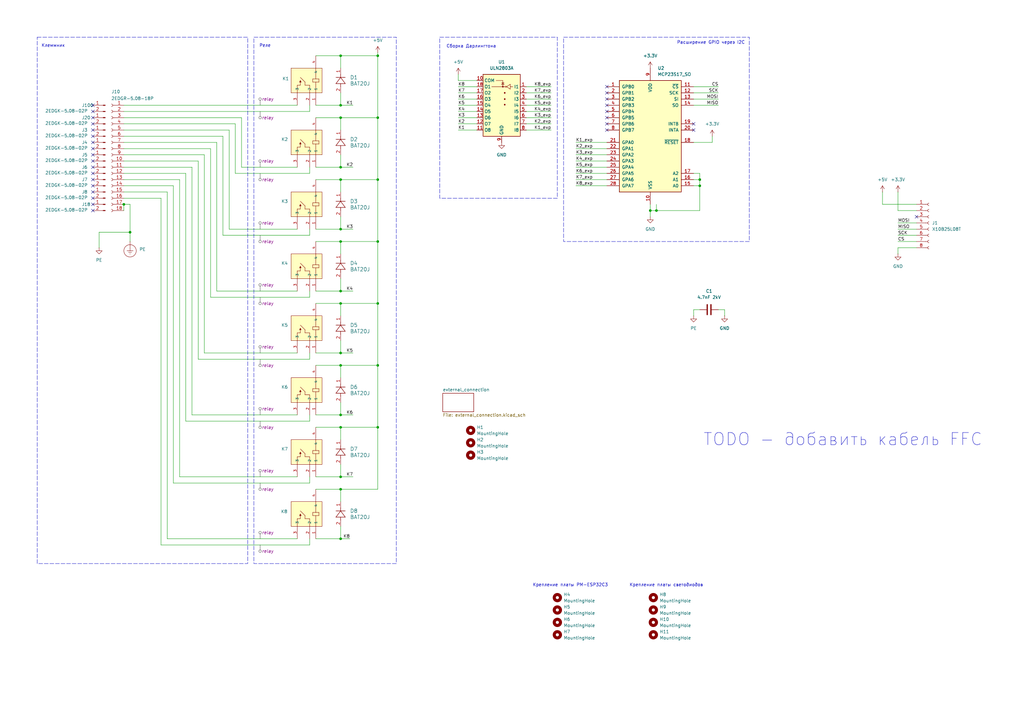
<source format=kicad_sch>
(kicad_sch (version 20231120) (generator "eeschema") (generator_version "8.0")
  (paper "A3")
  (title_block (title "${article} v${version}") (date "2024-05-29") (comment 2 "Konstantin"))
  (junction (at 287.02 73.66))
  (junction (at 154.94 175.26))
  (junction (at 266.7 86.36))
  (junction (at 269.24 86.36))
  (junction (at 154.94 149.86))
  (junction (at 139.7 68.58))
  (junction (at 139.7 170.18))
  (junction (at 154.94 99.06))
  (junction (at 139.7 119.38))
  (junction (at 53.34 95.25))
  (junction (at 154.94 73.66))
  (junction (at 287.02 76.2))
  (junction (at 139.7 144.78))
  (junction (at 139.7 124.46))
  (junction (at 139.7 149.86))
  (junction (at 50.8 83.82))
  (junction (at 139.7 73.66))
  (junction (at 139.7 43.18))
  (junction (at 154.94 48.26))
  (junction (at 139.7 48.26))
  (junction (at 139.7 220.98))
  (junction (at 154.94 22.86))
  (junction (at 139.7 93.98))
  (junction (at 139.7 99.06))
  (junction (at 139.7 22.86))
  (junction (at 139.7 175.26))
  (junction (at 139.7 200.66))
  (junction (at 139.7 195.58))
  (junction (at 154.94 124.46))
  (no_connect (at 248.92 53.34))
  (no_connect (at 38.1 63.5))
  (no_connect (at 38.1 83.82))
  (no_connect (at 38.1 73.66))
  (no_connect (at 284.48 50.8))
  (no_connect (at 375.92 88.9))
  (no_connect (at 284.48 53.34))
  (no_connect (at 38.1 55.88))
  (no_connect (at 38.1 76.2))
  (no_connect (at 248.92 48.26))
  (no_connect (at 248.92 43.18))
  (no_connect (at 248.92 45.72))
  (no_connect (at 248.92 50.8))
  (no_connect (at 38.1 86.36))
  (no_connect (at 38.1 53.34))
  (no_connect (at 38.1 68.58))
  (no_connect (at 38.1 81.28))
  (no_connect (at 38.1 71.12))
  (no_connect (at 38.1 50.8))
  (no_connect (at 38.1 60.96))
  (no_connect (at 38.1 45.72))
  (no_connect (at 248.92 40.64))
  (no_connect (at 248.92 35.56))
  (no_connect (at 248.92 38.1))
  (no_connect (at 38.1 48.26))
  (no_connect (at 38.1 66.04))
  (no_connect (at 38.1 78.74))
  (no_connect (at 38.1 43.18))
  (no_connect (at 38.1 58.42))
  (wire (pts (xy 139.7 38.1) (xy 139.7 43.18)))
  (wire (pts (xy 287.02 76.2) (xy 284.48 76.2)))
  (wire (pts (xy 236.22 76.2) (xy 248.92 76.2)))
  (wire (pts (xy 236.22 66.04) (xy 248.92 66.04)))
  (wire (pts (xy 269.24 83.82) (xy 269.24 86.36)))
  (wire (pts (xy 127 121.92) (xy 127 119.38)))
  (wire (pts (xy 129.54 124.46) (xy 139.7 124.46)))
  (wire (pts (xy 139.7 165.1) (xy 139.7 170.18)))
  (wire (pts (xy 40.64 95.25) (xy 53.34 95.25)))
  (wire (pts (xy 40.64 101.6) (xy 40.64 95.25)))
  (wire (pts (xy 297.18 129.54) (xy 297.18 127)))
  (wire (pts (xy 368.3 93.98) (xy 375.92 93.98)))
  (wire (pts (xy 50.8 53.34) (xy 93.98 53.34)))
  (wire (pts (xy 269.24 86.36) (xy 266.7 86.36)))
  (wire (pts (xy 236.22 60.96) (xy 248.92 60.96)))
  (wire (pts (xy 139.7 93.98) (xy 144.78 93.98)))
  (wire (pts (xy 93.98 93.98) (xy 93.98 53.34)))
  (wire (pts (xy 53.34 83.82) (xy 50.8 83.82)))
  (wire (pts (xy 154.94 99.06) (xy 154.94 73.66)))
  (wire (pts (xy 284.48 35.56) (xy 294.64 35.56)))
  (wire (pts (xy 139.7 144.78) (xy 144.78 144.78)))
  (wire (pts (xy 154.94 149.86) (xy 154.94 175.26)))
  (wire (pts (xy 127 198.12) (xy 127 195.58)))
  (wire (pts (xy 88.9 119.38) (xy 121.92 119.38)))
  (wire (pts (xy 139.7 200.66) (xy 154.94 200.66)))
  (wire (pts (xy 361.95 83.82) (xy 375.92 83.82)))
  (wire (pts (xy 187.96 33.02) (xy 187.96 30.48)))
  (wire (pts (xy 129.54 68.58) (xy 139.7 68.58)))
  (wire (pts (xy 154.94 22.86) (xy 154.94 48.26)))
  (wire (pts (xy 50.8 68.58) (xy 78.74 68.58)))
  (wire (pts (xy 215.9 40.64) (xy 226.06 40.64)))
  (wire (pts (xy 99.06 48.26) (xy 99.06 68.58)))
  (wire (pts (xy 139.7 22.86) (xy 154.94 22.86)))
  (wire (pts (xy 139.7 175.26) (xy 139.7 180.34)))
  (wire (pts (xy 368.3 104.14) (xy 368.3 101.6)))
  (wire (pts (xy 266.7 83.82) (xy 266.7 86.36)))
  (wire (pts (xy 284.48 38.1) (xy 294.64 38.1)))
  (wire (pts (xy 50.8 43.18) (xy 121.92 43.18)))
  (wire (pts (xy 121.92 68.58) (xy 99.06 68.58)))
  (wire (pts (xy 50.8 45.72) (xy 127 45.72)))
  (wire (pts (xy 86.36 60.96) (xy 86.36 121.92)))
  (wire (pts (xy 187.96 50.8) (xy 195.58 50.8)))
  (wire (pts (xy 139.7 124.46) (xy 154.94 124.46)))
  (wire (pts (xy 50.8 66.04) (xy 81.28 66.04)))
  (wire (pts (xy 287.02 127) (xy 284.48 127)))
  (wire (pts (xy 139.7 124.46) (xy 139.7 129.54)))
  (wire (pts (xy 368.3 78.74) (xy 368.3 86.36)))
  (wire (pts (xy 78.74 170.18) (xy 121.92 170.18)))
  (wire (pts (xy 66.04 223.52) (xy 66.04 81.28)))
  (wire (pts (xy 93.98 93.98) (xy 121.92 93.98)))
  (wire (pts (xy 139.7 114.3) (xy 139.7 119.38)))
  (wire (pts (xy 139.7 190.5) (xy 139.7 195.58)))
  (wire (pts (xy 215.9 35.56) (xy 226.06 35.56)))
  (wire (pts (xy 292.1 55.88) (xy 292.1 58.42)))
  (wire (pts (xy 127 93.98) (xy 127 96.52)))
  (wire (pts (xy 139.7 68.58) (xy 144.78 68.58)))
  (wire (pts (xy 215.9 53.34) (xy 226.06 53.34)))
  (wire (pts (xy 187.96 53.34) (xy 195.58 53.34)))
  (wire (pts (xy 83.82 144.78) (xy 121.92 144.78)))
  (wire (pts (xy 129.54 170.18) (xy 139.7 170.18)))
  (wire (pts (xy 195.58 33.02) (xy 187.96 33.02)))
  (wire (pts (xy 187.96 38.1) (xy 195.58 38.1)))
  (wire (pts (xy 139.7 22.86) (xy 139.7 27.94)))
  (wire (pts (xy 86.36 121.92) (xy 127 121.92)))
  (wire (pts (xy 269.24 86.36) (xy 287.02 86.36)))
  (wire (pts (xy 236.22 63.5) (xy 248.92 63.5)))
  (wire (pts (xy 139.7 119.38) (xy 144.78 119.38)))
  (wire (pts (xy 73.66 73.66) (xy 73.66 195.58)))
  (wire (pts (xy 236.22 58.42) (xy 248.92 58.42)))
  (wire (pts (xy 236.22 73.66) (xy 248.92 73.66)))
  (wire (pts (xy 139.7 220.98) (xy 143.51 220.98)))
  (wire (pts (xy 139.7 48.26) (xy 139.7 53.34)))
  (wire (pts (xy 96.52 50.8) (xy 96.52 71.12)))
  (wire (pts (xy 139.7 73.66) (xy 139.7 78.74)))
  (wire (pts (xy 50.8 58.42) (xy 88.9 58.42)))
  (wire (pts (xy 127 172.72) (xy 127 170.18)))
  (wire (pts (xy 187.96 48.26) (xy 195.58 48.26)))
  (wire (pts (xy 68.58 220.98) (xy 68.58 78.74)))
  (wire (pts (xy 139.7 175.26) (xy 154.94 175.26)))
  (wire (pts (xy 292.1 58.42) (xy 284.48 58.42)))
  (wire (pts (xy 71.12 76.2) (xy 50.8 76.2)))
  (wire (pts (xy 88.9 119.38) (xy 88.9 58.42)))
  (wire (pts (xy 154.94 124.46) (xy 154.94 99.06)))
  (wire (pts (xy 284.48 127) (xy 284.48 129.54)))
  (wire (pts (xy 284.48 40.64) (xy 294.64 40.64)))
  (wire (pts (xy 129.54 200.66) (xy 139.7 200.66)))
  (wire (pts (xy 284.48 71.12) (xy 287.02 71.12)))
  (wire (pts (xy 236.22 71.12) (xy 248.92 71.12)))
  (wire (pts (xy 50.8 73.66) (xy 73.66 73.66)))
  (wire (pts (xy 139.7 43.18) (xy 144.78 43.18)))
  (wire (pts (xy 368.3 101.6) (xy 375.92 101.6)))
  (wire (pts (xy 129.54 43.18) (xy 139.7 43.18)))
  (wire (pts (xy 81.28 147.32) (xy 127 147.32)))
  (wire (pts (xy 139.7 215.9) (xy 139.7 220.98)))
  (wire (pts (xy 91.44 55.88) (xy 91.44 96.52)))
  (wire (pts (xy 129.54 22.86) (xy 139.7 22.86)))
  (wire (pts (xy 129.54 48.26) (xy 139.7 48.26)))
  (wire (pts (xy 78.74 68.58) (xy 78.74 170.18)))
  (wire (pts (xy 284.48 43.18) (xy 294.64 43.18)))
  (wire (pts (xy 154.94 175.26) (xy 154.94 200.66)))
  (wire (pts (xy 187.96 40.64) (xy 195.58 40.64)))
  (wire (pts (xy 139.7 149.86) (xy 139.7 154.94)))
  (wire (pts (xy 187.96 43.18) (xy 195.58 43.18)))
  (wire (pts (xy 297.18 127) (xy 294.64 127)))
  (wire (pts (xy 154.94 21.59) (xy 154.94 22.86)))
  (wire (pts (xy 139.7 195.58) (xy 144.78 195.58)))
  (wire (pts (xy 215.9 38.1) (xy 226.06 38.1)))
  (wire (pts (xy 187.96 45.72) (xy 195.58 45.72)))
  (wire (pts (xy 368.3 96.52) (xy 375.92 96.52)))
  (wire (pts (xy 129.54 99.06) (xy 139.7 99.06)))
  (wire (pts (xy 215.9 50.8) (xy 226.06 50.8)))
  (wire (pts (xy 127 43.18) (xy 127 45.72)))
  (wire (pts (xy 129.54 73.66) (xy 139.7 73.66)))
  (wire (pts (xy 50.8 50.8) (xy 96.52 50.8)))
  (wire (pts (xy 139.7 99.06) (xy 139.7 104.14)))
  (wire (pts (xy 287.02 73.66) (xy 287.02 76.2)))
  (wire (pts (xy 266.7 88.9) (xy 266.7 86.36)))
  (wire (pts (xy 368.3 86.36) (xy 375.92 86.36)))
  (wire (pts (xy 215.9 43.18) (xy 226.06 43.18)))
  (wire (pts (xy 76.2 71.12) (xy 50.8 71.12)))
  (wire (pts (xy 139.7 99.06) (xy 154.94 99.06)))
  (wire (pts (xy 91.44 96.52) (xy 127 96.52)))
  (wire (pts (xy 368.3 91.44) (xy 375.92 91.44)))
  (wire (pts (xy 83.82 63.5) (xy 50.8 63.5)))
  (wire (pts (xy 53.34 95.25) (xy 53.34 99.06)))
  (wire (pts (xy 68.58 220.98) (xy 121.92 220.98)))
  (wire (pts (xy 83.82 144.78) (xy 83.82 63.5)))
  (wire (pts (xy 81.28 66.04) (xy 81.28 147.32)))
  (wire (pts (xy 73.66 195.58) (xy 121.92 195.58)))
  (wire (pts (xy 96.52 71.12) (xy 127 71.12)))
  (wire (pts (xy 139.7 63.5) (xy 139.7 68.58)))
  (wire (pts (xy 139.7 170.18) (xy 144.78 170.18)))
  (wire (pts (xy 287.02 71.12) (xy 287.02 73.66)))
  (wire (pts (xy 50.8 60.96) (xy 86.36 60.96)))
  (wire (pts (xy 368.3 99.06) (xy 375.92 99.06)))
  (wire (pts (xy 50.8 78.74) (xy 68.58 78.74)))
  (wire (pts (xy 139.7 200.66) (xy 139.7 205.74)))
  (wire (pts (xy 50.8 81.28) (xy 66.04 81.28)))
  (wire (pts (xy 154.94 48.26) (xy 154.94 73.66)))
  (wire (pts (xy 127 68.58) (xy 127 71.12)))
  (wire (pts (xy 129.54 149.86) (xy 139.7 149.86)))
  (wire (pts (xy 139.7 48.26) (xy 154.94 48.26)))
  (wire (pts (xy 129.54 144.78) (xy 139.7 144.78)))
  (wire (pts (xy 287.02 76.2) (xy 287.02 86.36)))
  (wire (pts (xy 53.34 95.25) (xy 53.34 83.82)))
  (wire (pts (xy 71.12 198.12) (xy 127 198.12)))
  (wire (pts (xy 129.54 220.98) (xy 139.7 220.98)))
  (wire (pts (xy 139.7 139.7) (xy 139.7 144.78)))
  (wire (pts (xy 236.22 68.58) (xy 248.92 68.58)))
  (wire (pts (xy 154.94 124.46) (xy 154.94 149.86)))
  (wire (pts (xy 71.12 198.12) (xy 71.12 76.2)))
  (wire (pts (xy 139.7 73.66) (xy 154.94 73.66)))
  (wire (pts (xy 129.54 175.26) (xy 139.7 175.26)))
  (wire (pts (xy 215.9 48.26) (xy 226.06 48.26)))
  (wire (pts (xy 139.7 149.86) (xy 154.94 149.86)))
  (wire (pts (xy 187.96 35.56) (xy 195.58 35.56)))
  (wire (pts (xy 215.9 45.72) (xy 226.06 45.72)))
  (wire (pts (xy 284.48 73.66) (xy 287.02 73.66)))
  (wire (pts (xy 361.95 78.74) (xy 361.95 83.82)))
  (wire (pts (xy 127 144.78) (xy 127 147.32)))
  (wire (pts (xy 66.04 223.52) (xy 127 223.52)))
  (wire (pts (xy 76.2 172.72) (xy 127 172.72)))
  (wire (pts (xy 50.8 55.88) (xy 91.44 55.88)))
  (wire (pts (xy 129.54 195.58) (xy 139.7 195.58)))
  (wire (pts (xy 129.54 93.98) (xy 139.7 93.98)))
  (wire (pts (xy 139.7 88.9) (xy 139.7 93.98)))
  (wire (pts (xy 129.54 119.38) (xy 139.7 119.38)))
  (wire (pts (xy 99.06 48.26) (xy 50.8 48.26)))
  (wire (pts (xy 76.2 172.72) (xy 76.2 71.12)))
  (wire (pts (xy 127 223.52) (xy 127 220.98)))
  (wire (pts (xy 50.8 83.82) (xy 50.8 86.36)))
  (rectangle (start 231.14 15.24) (end 307.34 99.06) (stroke (width 0) (type dash)))
  (rectangle (start 104.14 15.24) (end 162.56 231.14) (stroke (width 0) (type dash)))
  (rectangle (start 15.24 15.24) (end 101.6 231.14) (stroke (width 0) (type dash)))
  (rectangle (start 180.34 15.24) (end 228.6 81.28) (stroke (width 0) (type dash)))
  (text "Расширение GPIO через I2C" (at 291.592 17.526 0) (effects (font (size 1.27 1.27))))
  (text "Крепление платы светодиодов" (at 273.304 240.03 0) (effects (font (size 1.27 1.27))))
  (text "Крепление платы PM-ESP32C3" (at 233.934 240.03 0) (effects (font (size 1.27 1.27))))
  (text "Реле" (at 108.712 18.796 0) (effects (font (size 1.27 1.27))))
  (text "Сборка Дарлингтона" (at 193.294 19.05 0) (effects (font (size 1.27 1.27))))
  (text "Клеммник" (at 21.844 18.796 0) (effects (font (size 1.27 1.27))))
  (text "TODO - добавить кабель FFC" (at 345.694 180.34 0) (effects (font (size 5 5))))
  (label "K6_exp" (at 236.22 71.12 0))
  (label "MISO" (at 294.64 43.18 180))
  (label "CS" (at 368.3 99.06 0))
  (label "K5_exp" (at 236.22 68.58 0))
  (label "K4_exp" (at 226.06 45.72 180))
  (label "MISO" (at 368.3 93.98 0))
  (label "K2_exp" (at 236.22 60.96 0))
  (label "K2" (at 144.78 68.58 180))
  (label "K3_exp" (at 226.06 48.26 180))
  (label "K4" (at 144.78 119.38 180))
  (label "K3" (at 144.78 93.98 180))
  (label "K1" (at 187.96 53.34 0))
  (label "MOSI" (at 368.3 91.44 0))
  (label "K8_exp" (at 226.06 35.56 180))
  (label "K2_exp" (at 226.06 50.8 180))
  (label "K7_exp" (at 236.22 73.66 0))
  (label "K8" (at 143.51 220.98 180))
  (label "K2" (at 187.96 50.8 0))
  (label "K4_exp" (at 236.22 66.04 0))
  (label "K7" (at 187.96 38.1 0))
  (label "K3_exp" (at 236.22 63.5 0))
  (label "K1_exp" (at 236.22 58.42 0))
  (label "SCK" (at 294.64 38.1 180))
  (label "K6" (at 187.96 40.64 0))
  (label "K6" (at 144.78 170.18 180))
  (label "K1" (at 144.78 43.18 180))
  (label "K8" (at 187.96 35.56 0))
  (label "K5" (at 187.96 43.18 0))
  (label "K3" (at 187.96 48.26 0))
  (label "K6_exp" (at 226.06 40.64 180))
  (label "K5" (at 144.78 144.78 180))
  (label "SCK" (at 368.3 96.52 0))
  (label "K7_exp" (at 226.06 38.1 180))
  (label "K4" (at 187.96 45.72 0))
  (label "CS" (at 294.64 35.56 180))
  (label "K7" (at 144.78 195.58 180))
  (label "MOSI" (at 294.64 40.64 180))
  (label "K1_exp" (at 226.06 53.34 180))
  (label "K5_exp" (at 226.06 43.18 180))
  (label "K8_exp" (at 236.22 76.2 0))
  (netclass_flag "" (length 2.54) (shape round) (at 106.68 147.32 180) (property "Netclass" "relay" (at 107.3785 149.86 0) (effects (font (italic yes)) (justify left))))
  (netclass_flag "" (length 2.54) (shape round) (at 106.68 144.78 0) (property "Netclass" "relay" (at 107.3785 142.24 0) (effects (font (italic yes)) (justify left))))
  (netclass_flag "" (length 2.54) (shape round) (at 106.68 43.18 0) (property "Netclass" "relay" (at 107.3785 40.64 0) (effects (font (italic yes)) (justify left))))
  (netclass_flag "" (length 2.54) (shape round) (at 106.68 45.72 180) (property "Netclass" "relay" (at 107.3785 48.26 0) (effects (font (italic yes)) (justify left))))
  (netclass_flag "" (length 2.54) (shape round) (at 106.68 195.58 0) (property "Netclass" "relay" (at 107.3785 193.04 0) (effects (font (italic yes)) (justify left))))
  (netclass_flag "" (length 2.54) (shape round) (at 106.68 170.18 0) (property "Netclass" "relay" (at 107.3785 167.64 0) (effects (font (italic yes)) (justify left))))
  (netclass_flag "" (length 2.54) (shape round) (at 106.68 198.12 180) (property "Netclass" "relay" (at 107.3785 200.66 0) (effects (font (italic yes)) (justify left))))
  (netclass_flag "" (length 2.54) (shape round) (at 106.68 68.58 0) (property "Netclass" "relay" (at 107.3785 66.04 0) (effects (font (italic yes)) (justify left))))
  (netclass_flag "" (length 2.54) (shape round) (at 106.68 121.92 180) (property "Netclass" "relay" (at 107.3785 124.46 0) (effects (font (italic yes)) (justify left))))
  (netclass_flag "" (length 2.54) (shape round) (at 106.68 220.98 0) (property "Netclass" "relay" (at 107.3785 218.44 0) (effects (font (italic yes)) (justify left))))
  (netclass_flag "" (length 2.54) (shape round) (at 106.68 93.98 0) (property "Netclass" "relay" (at 107.3785 91.44 0) (effects (font (italic yes)) (justify left))))
  (netclass_flag "" (length 2.54) (shape round) (at 106.68 96.52 180) (property "Netclass" "relay" (at 107.3785 99.06 0) (effects (font (italic yes)) (justify left))))
  (netclass_flag "" (length 2.54) (shape round) (at 106.68 172.72 180) (property "Netclass" "relay" (at 107.3785 175.26 0) (effects (font (italic yes)) (justify left))))
  (netclass_flag "" (length 2.54) (shape round) (at 106.68 119.38 0) (property "Netclass" "relay" (at 107.3785 116.84 0) (effects (font (italic yes)) (justify left))))
  (netclass_flag "" (length 2.54) (shape round) (at 106.68 223.52 180) (property "Netclass" "relay" (at 107.3785 226.06 0) (effects (font (italic yes)) (justify left))))
  (netclass_flag "" (length 2.54) (shape round) (at 106.68 71.12 180) (property "Netclass" "relay" (at 107.3785 73.66 0) (effects (font (italic yes)) (justify left))))
  (symbol (lib_id "kicad_inventree_lib:X10B25L08T") (at 381 91.44 0) (unit 1)
    (property "Reference" "J1" (at 382.27 91.4399 0) (effects (justify left)))
    (property "Value" "X10B25L08T" (at 382.27 93.9799 0) (effects (justify left)))
    (property "Footprint" "kicad_inventree_lib:X10B25L08T" (effects (hide yes)))
    (property "Description" "Generic connector, single row, 01x08, script generated" (effects (hide yes)))
  )
  (symbol (lib_id "kicad_inventree_lib:PE") (at 53.34 99.06 0) (unit 1) (in_bom no)
    (property "Reference" "PE1" (effects (hide yes)))
    (property "Value" "PE" (at 57.15 102.2349 0) (effects (justify left)))
    (property "Footprint" "kicad_inventree_lib:PE" (effects (hide yes)))
    (property "Description" "Power symbol creates a global label with name \"Earth_Protective\"" (effects (hide yes)))
  )
  (symbol (lib_id "kicad_inventree_lib:BAT20J") (at 139.7 63.5 90) (unit 1)
    (property "Reference" "D2" (at 143.51 57.1499 90) (effects (font (size 1.524 1.524)) (justify right)))
    (property "Value" "BAT20J" (at 143.51 59.6899 90) (effects (font (size 1.524 1.524)) (justify right)))
    (property "Footprint" "kicad_inventree_lib:SOD-323_STM-M" (effects (hide yes)))
    (property "Datasheet" "http://inventree.network/part/133/" (effects (hide yes)))
    (property "part_ipn" "BAT20J" (effects (hide yes)))
  )
  (symbol (lib_id "kicad_inventree_lib:G5NB-1A-E-DC5") (at 129.54 147.32 270) (mirror x) (unit 1)
    (property "Reference" "K5" (at 118.11 133.3499 90) (effects (justify right)))
    (property "Value" "G5NB-1A-E-DC5" (effects (hide yes)))
    (property "Footprint" "kicad_inventree_lib:G5NB-1A-E_DC12_RELAY_G5NB-1A_DC5_OMR" (effects (hide yes)))
    (property "Datasheet" "http://inventree.network/part/14/" (effects (hide yes)))
    (property "MF" "Omron Electronics Inc-EMC Div" (effects (hide yes)))
    (property "Description_1" "\nPower PCB Relay, 3A/5A, SPST-NO, 12 VDC, G5NB Series | Omron Electronic Components G5NB-1A-E DC12\n" (effects (hide yes)))
    (property "COPYRIGHT" "Copyright (C) 2023 Ultra Librarian. All rights reserved." (effects (hide yes)))
    (property "Package" "None" (effects (hide yes)))
    (property "Price" "None" (effects (hide yes)))
    (property "Check_prices" "https://www.snapeda.com/parts/G5NB-1A-E%20DC12/Omron+Electronics+Inc-EMC+Div/view-part/?ref=eda" (effects (hide yes)))
    (property "Availability" "In Stock" (effects (hide yes)))
    (property "SnapEDA_Link" "https://www.snapeda.com/parts/G5NB-1A-E%20DC12/Omron+Electronics+Inc-EMC+Div/view-part/?ref=snap" (effects (hide yes)))
    (property "MP" "G5NB-1A-E DC12" (effects (hide yes)))
    (property "Purchase-URL" "https://www.snapeda.com/api/url_track_click_mouser/?unipart_id=3078279&manufacturer=Omron Electronics Inc-EMC Div&part_name=G5NB-1A-E DC12&search_term=g5nb" (effects (hide yes)))
    (property "MFR_NAME" "Omron" (effects (hide yes)))
    (property "MANUFACTURER_PART_NUMBER" "G5NB-1A-E DC12" (effects (hide yes)))
    (property "NextPCB_url" "https://www.hqonline.com/product-detail/oumulong-omron--g5nb-1a-e-5vdc-1025587015" (effects (hide yes)))
    (property "NextPCB_price" "0.88519" (effects (hide yes)))
    (property "part_ipn" "G5NB-1A-E-DC5" (effects (hide yes)))
  )
  (symbol (lib_id "kicad_inventree_lib:G5NB-1A-E-DC5") (at 129.54 96.52 270) (mirror x) (unit 1)
    (property "Reference" "K3" (at 118.11 82.5499 90) (effects (justify right)))
    (property "Value" "G5NB-1A-E-DC5" (effects (hide yes)))
    (property "Footprint" "kicad_inventree_lib:G5NB-1A-E_DC12_RELAY_G5NB-1A_DC5_OMR" (effects (hide yes)))
    (property "Datasheet" "http://inventree.network/part/14/" (effects (hide yes)))
    (property "MF" "Omron Electronics Inc-EMC Div" (effects (hide yes)))
    (property "Description_1" "\nPower PCB Relay, 3A/5A, SPST-NO, 12 VDC, G5NB Series | Omron Electronic Components G5NB-1A-E DC12\n" (effects (hide yes)))
    (property "COPYRIGHT" "Copyright (C) 2023 Ultra Librarian. All rights reserved." (effects (hide yes)))
    (property "Package" "None" (effects (hide yes)))
    (property "Price" "None" (effects (hide yes)))
    (property "Check_prices" "https://www.snapeda.com/parts/G5NB-1A-E%20DC12/Omron+Electronics+Inc-EMC+Div/view-part/?ref=eda" (effects (hide yes)))
    (property "Availability" "In Stock" (effects (hide yes)))
    (property "SnapEDA_Link" "https://www.snapeda.com/parts/G5NB-1A-E%20DC12/Omron+Electronics+Inc-EMC+Div/view-part/?ref=snap" (effects (hide yes)))
    (property "MP" "G5NB-1A-E DC12" (effects (hide yes)))
    (property "Purchase-URL" "https://www.snapeda.com/api/url_track_click_mouser/?unipart_id=3078279&manufacturer=Omron Electronics Inc-EMC Div&part_name=G5NB-1A-E DC12&search_term=g5nb" (effects (hide yes)))
    (property "MFR_NAME" "Omron" (effects (hide yes)))
    (property "MANUFACTURER_PART_NUMBER" "G5NB-1A-E DC12" (effects (hide yes)))
    (property "NextPCB_url" "https://www.hqonline.com/product-detail/oumulong-omron--g5nb-1a-e-5vdc-1025587015" (effects (hide yes)))
    (property "NextPCB_price" "0.88519" (effects (hide yes)))
    (property "part_ipn" "G5NB-1A-E-DC5" (effects (hide yes)))
  )
  (symbol (lib_id "kicad_inventree_lib:G5NB-1A-E-DC5") (at 129.54 223.52 270) (mirror x) (unit 1)
    (property "Reference" "K8" (at 116.586 209.804 90))
    (property "Value" "G5NB-1A-E-DC5" (effects (hide yes)))
    (property "Footprint" "kicad_inventree_lib:G5NB-1A-E_DC12_RELAY_G5NB-1A_DC5_OMR" (effects (hide yes)))
    (property "Datasheet" "http://inventree.network/part/14/" (effects (hide yes)))
    (property "MF" "Omron Electronics Inc-EMC Div" (effects (hide yes)))
    (property "Description_1" "\nPower PCB Relay, 3A/5A, SPST-NO, 12 VDC, G5NB Series | Omron Electronic Components G5NB-1A-E DC12\n" (effects (hide yes)))
    (property "COPYRIGHT" "Copyright (C) 2023 Ultra Librarian. All rights reserved." (effects (hide yes)))
    (property "Package" "None" (effects (hide yes)))
    (property "Price" "None" (effects (hide yes)))
    (property "Check_prices" "https://www.snapeda.com/parts/G5NB-1A-E%20DC12/Omron+Electronics+Inc-EMC+Div/view-part/?ref=eda" (effects (hide yes)))
    (property "Availability" "In Stock" (effects (hide yes)))
    (property "SnapEDA_Link" "https://www.snapeda.com/parts/G5NB-1A-E%20DC12/Omron+Electronics+Inc-EMC+Div/view-part/?ref=snap" (effects (hide yes)))
    (property "MP" "G5NB-1A-E DC12" (effects (hide yes)))
    (property "Purchase-URL" "https://www.snapeda.com/api/url_track_click_mouser/?unipart_id=3078279&manufacturer=Omron Electronics Inc-EMC Div&part_name=G5NB-1A-E DC12&search_term=g5nb" (effects (hide yes)))
    (property "MFR_NAME" "Omron" (effects (hide yes)))
    (property "MANUFACTURER_PART_NUMBER" "G5NB-1A-E DC12" (effects (hide yes)))
    (property "NextPCB_url" "https://www.hqonline.com/product-detail/oumulong-omron--g5nb-1a-e-5vdc-1025587015" (effects (hide yes)))
    (property "NextPCB_price" "0.88519" (effects (hide yes)))
    (property "part_ipn" "G5NB-1A-E-DC5" (effects (hide yes)))
  )
  (symbol (lib_id "kicad_inventree_lib:Degson_2EDGK-5.08-02P") (at 38.1 68.58 0) (mirror y) (unit 1) (on_board no)
    (property "Reference" "J6" (at 33.528 68.58 0) (effects (justify right)))
    (property "Value" "2EDGK-5.08-02P" (at 18.542 70.866 0) (effects (justify right)))
    (property "Datasheet" "http://inventree.network/part/18/" (effects (hide yes)))
    (property "Description" "Generic connector, single row, 01x02, script generated" (effects (hide yes)))
    (property "NextPCB_url" "https://www.hqonline.com/product-detail/max-maixu--mx2edgk-5-08-02p-gn01-cu-y-a-1027943030" (effects (hide yes)))
    (property "NextPCB_price" "0.11828" (effects (hide yes)))
    (property "part_ipn" "2EDGK-5.08-02P" (effects (hide yes)))
  )
  (symbol (lib_id "power:+3.3V") (at 368.3 78.74 0) (unit 1)
    (property "Reference" "#PWR04" (effects (hide yes)))
    (property "Value" "+3.3V" (at 368.3 73.66 0))
    (property "Description" "Power symbol creates a global label with name \"+3.3V\"" (effects (hide yes)))
  )
  (symbol (lib_id "kicad_inventree_lib:BAT20J") (at 139.7 165.1 90) (unit 1)
    (property "Reference" "D6" (at 143.51 158.7499 90) (effects (font (size 1.524 1.524)) (justify right)))
    (property "Value" "BAT20J" (at 143.51 161.2899 90) (effects (font (size 1.524 1.524)) (justify right)))
    (property "Footprint" "kicad_inventree_lib:SOD-323_STM-M" (effects (hide yes)))
    (property "Datasheet" "http://inventree.network/part/133/" (effects (hide yes)))
    (property "part_ipn" "BAT20J" (effects (hide yes)))
  )
  (symbol (lib_id "kicad_inventree_lib:Degson_2EDGK-5.08-02P") (at 38.1 48.26 0) (mirror y) (unit 1) (on_board no)
    (property "Reference" "J20" (at 33.528 48.26 0) (effects (justify right)))
    (property "Value" "2EDGK-5.08-02P" (at 18.542 50.546 0) (effects (justify right)))
    (property "Datasheet" "http://inventree.network/part/18/" (effects (hide yes)))
    (property "Description" "Generic connector, single row, 01x02, script generated" (effects (hide yes)))
    (property "NextPCB_url" "https://www.hqonline.com/product-detail/max-maixu--mx2edgk-5-08-02p-gn01-cu-y-a-1027943030" (effects (hide yes)))
    (property "NextPCB_price" "0.11828" (effects (hide yes)))
    (property "part_ipn" "2EDGK-5.08-02P" (effects (hide yes)))
  )
  (symbol (lib_id "Mechanical:MountingHole") (at 267.97 245.11 0) (unit 1) (exclude_from_sim yes) (in_bom no)
    (property "Reference" "H8" (at 270.51 243.8399 0) (effects (justify left)))
    (property "Value" "MountingHole" (at 270.51 246.3799 0) (effects (justify left)))
    (property "Footprint" "MountingHole:MountingHole_2.2mm_M2" (effects (hide yes)))
    (property "Description" "Mounting Hole without connection" (effects (hide yes)))
  )
  (symbol (lib_id "kicad_inventree_lib:Degson_2EDGK-5.08-02P") (at 38.1 43.18 0) (mirror y) (unit 1) (on_board no)
    (property "Reference" "J100" (at 33.528 43.18 0) (effects (justify right)))
    (property "Value" "2EDGK-5.08-02P" (at 18.542 45.466 0) (effects (justify right)))
    (property "Datasheet" "http://inventree.network/part/18/" (effects (hide yes)))
    (property "Description" "Generic connector, single row, 01x02, script generated" (effects (hide yes)))
    (property "NextPCB_url" "https://www.hqonline.com/product-detail/max-maixu--mx2edgk-5-08-02p-gn01-cu-y-a-1027943030" (effects (hide yes)))
    (property "NextPCB_price" "0.11828" (effects (hide yes)))
    (property "part_ipn" "2EDGK-5.08-02P" (effects (hide yes)))
  )
  (symbol (lib_id "Mechanical:MountingHole") (at 267.97 250.19 0) (unit 1) (exclude_from_sim yes) (in_bom no)
    (property "Reference" "H9" (at 270.51 248.9199 0) (effects (justify left)))
    (property "Value" "MountingHole" (at 270.51 251.4599 0) (effects (justify left)))
    (property "Footprint" "MountingHole:MountingHole_2.2mm_M2" (effects (hide yes)))
    (property "Description" "Mounting Hole without connection" (effects (hide yes)))
  )
  (symbol (lib_id "Mechanical:MountingHole") (at 267.97 260.35 0) (unit 1) (exclude_from_sim yes) (in_bom no)
    (property "Reference" "H11" (at 270.51 259.0799 0) (effects (justify left)))
    (property "Value" "MountingHole" (at 270.51 261.6199 0) (effects (justify left)))
    (property "Footprint" "MountingHole:MountingHole_2.2mm_M2" (effects (hide yes)))
    (property "Description" "Mounting Hole without connection" (effects (hide yes)))
  )
  (symbol (lib_id "kicad_inventree_lib:ULN2803A") (at 205.74 40.64 0) (mirror y) (unit 1)
    (property "Reference" "U1" (at 205.74 25.4 0))
    (property "Value" "ULN2803A" (at 205.74 27.94 0))
    (property "Footprint" "NextPCB:ULN2803A" (effects (hide yes)))
    (property "Datasheet" "http://inventree.network/part/16/" (effects (hide yes)))
    (property "Description" "Darlington Transistor Arrays, SOIC18/DIP18" (effects (hide yes)))
    (property "NextPCB_url" "https://www.hqonline.com/product-detail/darlington-triodes-umw-uln2803a-1012648161" (effects (hide yes)))
    (property "NextPCB_price" "0.08449" (effects (hide yes)))
    (property "part_ipn" "ULN2803A" (effects (hide yes)))
  )
  (symbol (lib_id "kicad_inventree_lib:G5NB-1A-E-DC5") (at 129.54 71.12 270) (mirror x) (unit 1)
    (property "Reference" "K2" (at 118.11 57.1499 90) (effects (justify right)))
    (property "Value" "G5NB-1A-E-DC5" (effects (hide yes)))
    (property "Footprint" "kicad_inventree_lib:G5NB-1A-E_DC12_RELAY_G5NB-1A_DC5_OMR" (effects (hide yes)))
    (property "Datasheet" "http://inventree.network/part/14/" (effects (hide yes)))
    (property "MF" "Omron Electronics Inc-EMC Div" (effects (hide yes)))
    (property "Description_1" "\nPower PCB Relay, 3A/5A, SPST-NO, 12 VDC, G5NB Series | Omron Electronic Components G5NB-1A-E DC12\n" (effects (hide yes)))
    (property "COPYRIGHT" "Copyright (C) 2023 Ultra Librarian. All rights reserved." (effects (hide yes)))
    (property "Package" "None" (effects (hide yes)))
    (property "Price" "None" (effects (hide yes)))
    (property "Check_prices" "https://www.snapeda.com/parts/G5NB-1A-E%20DC12/Omron+Electronics+Inc-EMC+Div/view-part/?ref=eda" (effects (hide yes)))
    (property "Availability" "In Stock" (effects (hide yes)))
    (property "SnapEDA_Link" "https://www.snapeda.com/parts/G5NB-1A-E%20DC12/Omron+Electronics+Inc-EMC+Div/view-part/?ref=snap" (effects (hide yes)))
    (property "MP" "G5NB-1A-E DC12" (effects (hide yes)))
    (property "Purchase-URL" "https://www.snapeda.com/api/url_track_click_mouser/?unipart_id=3078279&manufacturer=Omron Electronics Inc-EMC Div&part_name=G5NB-1A-E DC12&search_term=g5nb" (effects (hide yes)))
    (property "MFR_NAME" "Omron" (effects (hide yes)))
    (property "MANUFACTURER_PART_NUMBER" "G5NB-1A-E DC12" (effects (hide yes)))
    (property "NextPCB_url" "https://www.hqonline.com/product-detail/oumulong-omron--g5nb-1a-e-5vdc-1025587015" (effects (hide yes)))
    (property "NextPCB_price" "0.88519" (effects (hide yes)))
    (property "part_ipn" "G5NB-1A-E-DC5" (effects (hide yes)))
  )
  (symbol (lib_id "power:+5V") (at 292.1 55.88 0) (unit 1)
    (property "Reference" "#PWR09" (effects (hide yes)))
    (property "Value" "+3.3V" (at 292.1 50.8 0))
    (property "Description" "Power symbol creates a global label with name \"+5V\"" (effects (hide yes)))
  )
  (symbol (lib_id "kicad_inventree_lib:G5NB-1A-E-DC5") (at 129.54 121.92 270) (mirror x) (unit 1)
    (property "Reference" "K4" (at 118.11 107.9499 90) (effects (justify right)))
    (property "Value" "G5NB-1A-E-DC5" (effects (hide yes)))
    (property "Footprint" "kicad_inventree_lib:G5NB-1A-E_DC12_RELAY_G5NB-1A_DC5_OMR" (effects (hide yes)))
    (property "Datasheet" "http://inventree.network/part/14/" (effects (hide yes)))
    (property "MF" "Omron Electronics Inc-EMC Div" (effects (hide yes)))
    (property "Description_1" "\nPower PCB Relay, 3A/5A, SPST-NO, 12 VDC, G5NB Series | Omron Electronic Components G5NB-1A-E DC12\n" (effects (hide yes)))
    (property "COPYRIGHT" "Copyright (C) 2023 Ultra Librarian. All rights reserved." (effects (hide yes)))
    (property "Package" "None" (effects (hide yes)))
    (property "Price" "None" (effects (hide yes)))
    (property "Check_prices" "https://www.snapeda.com/parts/G5NB-1A-E%20DC12/Omron+Electronics+Inc-EMC+Div/view-part/?ref=eda" (effects (hide yes)))
    (property "Availability" "In Stock" (effects (hide yes)))
    (property "SnapEDA_Link" "https://www.snapeda.com/parts/G5NB-1A-E%20DC12/Omron+Electronics+Inc-EMC+Div/view-part/?ref=snap" (effects (hide yes)))
    (property "MP" "G5NB-1A-E DC12" (effects (hide yes)))
    (property "Purchase-URL" "https://www.snapeda.com/api/url_track_click_mouser/?unipart_id=3078279&manufacturer=Omron Electronics Inc-EMC Div&part_name=G5NB-1A-E DC12&search_term=g5nb" (effects (hide yes)))
    (property "MFR_NAME" "Omron" (effects (hide yes)))
    (property "MANUFACTURER_PART_NUMBER" "G5NB-1A-E DC12" (effects (hide yes)))
    (property "NextPCB_url" "https://www.hqonline.com/product-detail/oumulong-omron--g5nb-1a-e-5vdc-1025587015" (effects (hide yes)))
    (property "NextPCB_price" "0.88519" (effects (hide yes)))
    (property "part_ipn" "G5NB-1A-E-DC5" (effects (hide yes)))
  )
  (symbol (lib_id "kicad_inventree_lib:G5NB-1A-E-DC5") (at 129.54 45.72 270) (mirror x) (unit 1)
    (property "Reference" "K1" (at 115.824 32.258 90) (effects (justify left)))
    (property "Value" "G5NB-1A-E-DC5" (effects (hide yes)))
    (property "Footprint" "kicad_inventree_lib:G5NB-1A-E_DC12_RELAY_G5NB-1A_DC5_OMR" (effects (hide yes)))
    (property "Datasheet" "http://inventree.network/part/14/" (effects (hide yes)))
    (property "MF" "Omron Electronics Inc-EMC Div" (effects (hide yes)))
    (property "Description_1" "\nPower PCB Relay, 3A/5A, SPST-NO, 12 VDC, G5NB Series | Omron Electronic Components G5NB-1A-E DC12\n" (effects (hide yes)))
    (property "COPYRIGHT" "Copyright (C) 2023 Ultra Librarian. All rights reserved." (effects (hide yes)))
    (property "Package" "None" (effects (hide yes)))
    (property "Price" "None" (effects (hide yes)))
    (property "Check_prices" "https://www.snapeda.com/parts/G5NB-1A-E%20DC12/Omron+Electronics+Inc-EMC+Div/view-part/?ref=eda" (effects (hide yes)))
    (property "Availability" "In Stock" (effects (hide yes)))
    (property "SnapEDA_Link" "https://www.snapeda.com/parts/G5NB-1A-E%20DC12/Omron+Electronics+Inc-EMC+Div/view-part/?ref=snap" (effects (hide yes)))
    (property "MP" "G5NB-1A-E DC12" (effects (hide yes)))
    (property "Purchase-URL" "https://www.snapeda.com/api/url_track_click_mouser/?unipart_id=3078279&manufacturer=Omron Electronics Inc-EMC Div&part_name=G5NB-1A-E DC12&search_term=g5nb" (effects (hide yes)))
    (property "MFR_NAME" "Omron" (effects (hide yes)))
    (property "MANUFACTURER_PART_NUMBER" "G5NB-1A-E DC12" (effects (hide yes)))
    (property "NextPCB_url" "https://www.hqonline.com/product-detail/oumulong-omron--g5nb-1a-e-5vdc-1025587015" (effects (hide yes)))
    (property "NextPCB_price" "0.88519" (effects (hide yes)))
    (property "part_ipn" "G5NB-1A-E-DC5" (effects (hide yes)))
  )
  (symbol (lib_id "kicad_inventree_lib:Degson_2EDGK-5.08-02P") (at 38.1 53.34 0) (mirror y) (unit 1) (on_board no)
    (property "Reference" "J3" (at 33.528 53.34 0) (effects (justify right)))
    (property "Value" "2EDGK-5.08-02P" (at 18.542 55.626 0) (effects (justify right)))
    (property "Datasheet" "http://inventree.network/part/18/" (effects (hide yes)))
    (property "Description" "Generic connector, single row, 01x02, script generated" (effects (hide yes)))
    (property "NextPCB_url" "https://www.hqonline.com/product-detail/max-maixu--mx2edgk-5-08-02p-gn01-cu-y-a-1027943030" (effects (hide yes)))
    (property "NextPCB_price" "0.11828" (effects (hide yes)))
    (property "part_ipn" "2EDGK-5.08-02P" (effects (hide yes)))
  )
  (symbol (lib_id "power:+5V") (at 266.7 27.94 0) (unit 1)
    (property "Reference" "#PWR011" (effects (hide yes)))
    (property "Value" "+3.3V" (at 266.7 22.86 0))
    (property "Description" "Power symbol creates a global label with name \"+5V\"" (effects (hide yes)))
  )
  (symbol (lib_id "Mechanical:MountingHole") (at 267.97 255.27 0) (unit 1) (exclude_from_sim yes) (in_bom no)
    (property "Reference" "H10" (at 270.51 253.9999 0) (effects (justify left)))
    (property "Value" "MountingHole" (at 270.51 256.5399 0) (effects (justify left)))
    (property "Footprint" "MountingHole:MountingHole_2.2mm_M2" (effects (hide yes)))
    (property "Description" "Mounting Hole without connection" (effects (hide yes)))
  )
  (symbol (lib_id "kicad_inventree_lib:Degson_2EDGR-5.08-18P") (at 45.72 43.18 0) (mirror y) (unit 1)
    (property "Reference" "J10" (at 47.498 37.592 0))
    (property "Value" "2EDGR-5.08-18P" (at 54.356 40.386 0))
    (property "Footprint" "NextPCB:Degson_2EDGR-5.08-18P" (effects (hide yes)))
    (property "Datasheet" "http://inventree.network/part/19/" (effects (hide yes)))
    (property "Description" "01x18" (effects (hide yes)))
    (property "NextPCB_url" "https://www.hqonline.com/product-detail/terminal-blocks-kangnex-wj2edgr-5-08-18p-2500349376" (effects (hide yes)))
    (property "NextPCB_price" "0.17085" (effects (hide yes)))
    (property "part_ipn" "2EDGR-5.08-18P" (effects (hide yes)))
  )
  (symbol (lib_id "kicad_inventree_lib:BAT20J") (at 139.7 88.9 90) (unit 1)
    (property "Reference" "D3" (at 143.51 82.5499 90) (effects (font (size 1.524 1.524)) (justify right)))
    (property "Value" "BAT20J" (at 143.51 85.0899 90) (effects (font (size 1.524 1.524)) (justify right)))
    (property "Footprint" "kicad_inventree_lib:SOD-323_STM-M" (effects (hide yes)))
    (property "Datasheet" "http://inventree.network/part/133/" (effects (hide yes)))
    (property "part_ipn" "BAT20J" (effects (hide yes)))
  )
  (symbol (lib_id "kicad_inventree_lib:G5NB-1A-E-DC5") (at 129.54 172.72 270) (mirror x) (unit 1)
    (property "Reference" "K6" (at 118.11 158.7499 90) (effects (justify right)))
    (property "Value" "G5NB-1A-E-DC5" (effects (hide yes)))
    (property "Footprint" "kicad_inventree_lib:G5NB-1A-E_DC12_RELAY_G5NB-1A_DC5_OMR" (effects (hide yes)))
    (property "Datasheet" "http://inventree.network/part/14/" (effects (hide yes)))
    (property "MF" "Omron Electronics Inc-EMC Div" (effects (hide yes)))
    (property "Description_1" "\nPower PCB Relay, 3A/5A, SPST-NO, 12 VDC, G5NB Series | Omron Electronic Components G5NB-1A-E DC12\n" (effects (hide yes)))
    (property "COPYRIGHT" "Copyright (C) 2023 Ultra Librarian. All rights reserved." (effects (hide yes)))
    (property "Package" "None" (effects (hide yes)))
    (property "Price" "None" (effects (hide yes)))
    (property "Check_prices" "https://www.snapeda.com/parts/G5NB-1A-E%20DC12/Omron+Electronics+Inc-EMC+Div/view-part/?ref=eda" (effects (hide yes)))
    (property "Availability" "In Stock" (effects (hide yes)))
    (property "SnapEDA_Link" "https://www.snapeda.com/parts/G5NB-1A-E%20DC12/Omron+Electronics+Inc-EMC+Div/view-part/?ref=snap" (effects (hide yes)))
    (property "MP" "G5NB-1A-E DC12" (effects (hide yes)))
    (property "Purchase-URL" "https://www.snapeda.com/api/url_track_click_mouser/?unipart_id=3078279&manufacturer=Omron Electronics Inc-EMC Div&part_name=G5NB-1A-E DC12&search_term=g5nb" (effects (hide yes)))
    (property "MFR_NAME" "Omron" (effects (hide yes)))
    (property "MANUFACTURER_PART_NUMBER" "G5NB-1A-E DC12" (effects (hide yes)))
    (property "NextPCB_url" "https://www.hqonline.com/product-detail/oumulong-omron--g5nb-1a-e-5vdc-1025587015" (effects (hide yes)))
    (property "NextPCB_price" "0.88519" (effects (hide yes)))
    (property "part_ipn" "G5NB-1A-E-DC5" (effects (hide yes)))
  )
  (symbol (lib_id "Mechanical:MountingHole") (at 228.6 255.27 0) (unit 1) (exclude_from_sim yes) (in_bom no)
    (property "Reference" "H6" (at 231.14 253.9999 0) (effects (justify left)))
    (property "Value" "MountingHole" (at 231.14 256.5399 0) (effects (justify left)))
    (property "Footprint" "MountingHole:MountingHole_2.2mm_M2" (effects (hide yes)))
    (property "Description" "Mounting Hole without connection" (effects (hide yes)))
  )
  (symbol (lib_id "kicad_inventree_lib:Degson_2EDGK-5.08-02P") (at 38.1 83.82 0) (mirror y) (unit 1) (on_board no)
    (property "Reference" "J18" (at 33.528 83.82 0) (effects (justify right)))
    (property "Value" "2EDGK-5.08-02P" (at 18.542 86.106 0) (effects (justify right)))
    (property "Datasheet" "http://inventree.network/part/18/" (effects (hide yes)))
    (property "Description" "Generic connector, single row, 01x02, script generated" (effects (hide yes)))
    (property "NextPCB_url" "https://www.hqonline.com/product-detail/max-maixu--mx2edgk-5-08-02p-gn01-cu-y-a-1027943030" (effects (hide yes)))
    (property "NextPCB_price" "0.11828" (effects (hide yes)))
    (property "part_ipn" "2EDGK-5.08-02P" (effects (hide yes)))
  )
  (symbol (lib_id "kicad_inventree_lib:BAT20J") (at 139.7 215.9 90) (unit 1)
    (property "Reference" "D8" (at 143.51 209.5499 90) (effects (font (size 1.524 1.524)) (justify right)))
    (property "Value" "BAT20J" (at 143.51 212.0899 90) (effects (font (size 1.524 1.524)) (justify right)))
    (property "Footprint" "kicad_inventree_lib:SOD-323_STM-M" (effects (hide yes)))
    (property "Datasheet" "http://inventree.network/part/133/" (effects (hide yes)))
    (property "part_ipn" "BAT20J" (effects (hide yes)))
  )
  (symbol (lib_id "kicad_inventree_lib:G5NB-1A-E-DC5") (at 129.54 198.12 270) (mirror x) (unit 1)
    (property "Reference" "K7" (at 118.11 184.1499 90) (effects (justify right)))
    (property "Value" "G5NB-1A-E-DC5" (effects (hide yes)))
    (property "Footprint" "kicad_inventree_lib:G5NB-1A-E_DC12_RELAY_G5NB-1A_DC5_OMR" (effects (hide yes)))
    (property "Datasheet" "http://inventree.network/part/14/" (effects (hide yes)))
    (property "MF" "Omron Electronics Inc-EMC Div" (effects (hide yes)))
    (property "Description_1" "\nPower PCB Relay, 3A/5A, SPST-NO, 12 VDC, G5NB Series | Omron Electronic Components G5NB-1A-E DC12\n" (effects (hide yes)))
    (property "COPYRIGHT" "Copyright (C) 2023 Ultra Librarian. All rights reserved." (effects (hide yes)))
    (property "Package" "None" (effects (hide yes)))
    (property "Price" "None" (effects (hide yes)))
    (property "Check_prices" "https://www.snapeda.com/parts/G5NB-1A-E%20DC12/Omron+Electronics+Inc-EMC+Div/view-part/?ref=eda" (effects (hide yes)))
    (property "Availability" "In Stock" (effects (hide yes)))
    (property "SnapEDA_Link" "https://www.snapeda.com/parts/G5NB-1A-E%20DC12/Omron+Electronics+Inc-EMC+Div/view-part/?ref=snap" (effects (hide yes)))
    (property "MP" "G5NB-1A-E DC12" (effects (hide yes)))
    (property "Purchase-URL" "https://www.snapeda.com/api/url_track_click_mouser/?unipart_id=3078279&manufacturer=Omron Electronics Inc-EMC Div&part_name=G5NB-1A-E DC12&search_term=g5nb" (effects (hide yes)))
    (property "MFR_NAME" "Omron" (effects (hide yes)))
    (property "MANUFACTURER_PART_NUMBER" "G5NB-1A-E DC12" (effects (hide yes)))
    (property "NextPCB_url" "https://www.hqonline.com/product-detail/oumulong-omron--g5nb-1a-e-5vdc-1025587015" (effects (hide yes)))
    (property "NextPCB_price" "0.88519" (effects (hide yes)))
    (property "part_ipn" "G5NB-1A-E-DC5" (effects (hide yes)))
  )
  (symbol (lib_id "power:GND") (at 368.3 104.14 0) (unit 1)
    (property "Reference" "#PWR08" (effects (hide yes)))
    (property "Value" "GND" (at 368.3 109.22 0))
    (property "Description" "Power symbol creates a global label with name \"GND\" , ground" (effects (hide yes)))
  )
  (symbol (lib_id "power:+5V") (at 361.95 78.74 0) (unit 1)
    (property "Reference" "#PWR01" (effects (hide yes)))
    (property "Value" "+5V" (at 361.95 73.66 0))
    (property "Description" "Power symbol creates a global label with name \"+5V\"" (effects (hide yes)))
  )
  (symbol (lib_id "power:GND") (at 284.48 129.54 0) (unit 1)
    (property "Reference" "#PWR016" (effects (hide yes)))
    (property "Value" "PE" (at 284.48 134.62 0))
    (property "Description" "Power symbol creates a global label with name \"GND\" , ground" (effects (hide yes)))
  )
  (symbol (lib_id "Mechanical:MountingHole") (at 228.6 260.35 0) (unit 1) (exclude_from_sim yes) (in_bom no)
    (property "Reference" "H7" (at 231.14 259.0799 0) (effects (justify left)))
    (property "Value" "MountingHole" (at 231.14 261.6199 0) (effects (justify left)))
    (property "Footprint" "MountingHole:MountingHole_2.2mm_M2" (effects (hide yes)))
    (property "Description" "Mounting Hole without connection" (effects (hide yes)))
  )
  (symbol (lib_id "kicad_inventree_lib:Degson_2EDGK-5.08-02P") (at 38.1 73.66 0) (mirror y) (unit 1) (on_board no)
    (property "Reference" "J7" (at 33.528 73.66 0) (effects (justify right)))
    (property "Value" "2EDGK-5.08-02P" (at 18.542 75.946 0) (effects (justify right)))
    (property "Datasheet" "http://inventree.network/part/18/" (effects (hide yes)))
    (property "Description" "Generic connector, single row, 01x02, script generated" (effects (hide yes)))
    (property "NextPCB_url" "https://www.hqonline.com/product-detail/max-maixu--mx2edgk-5-08-02p-gn01-cu-y-a-1027943030" (effects (hide yes)))
    (property "NextPCB_price" "0.11828" (effects (hide yes)))
    (property "part_ipn" "2EDGK-5.08-02P" (effects (hide yes)))
  )
  (symbol (lib_id "power:+5V") (at 154.94 21.59 0) (unit 1)
    (property "Reference" "#PWR07" (effects (hide yes)))
    (property "Value" "+5V" (at 154.94 16.51 0))
    (property "Description" "Power symbol creates a global label with name \"+5V\"" (effects (hide yes)))
  )
  (symbol (lib_id "kicad_inventree_lib:Degson_2EDGK-5.08-02P") (at 38.1 78.74 0) (mirror y) (unit 1) (on_board no)
    (property "Reference" "J8" (at 33.528 78.74 0) (effects (justify right)))
    (property "Value" "2EDGK-5.08-02P" (at 18.542 81.026 0) (effects (justify right)))
    (property "Datasheet" "http://inventree.network/part/18/" (effects (hide yes)))
    (property "Description" "Generic connector, single row, 01x02, script generated" (effects (hide yes)))
    (property "NextPCB_url" "https://www.hqonline.com/product-detail/max-maixu--mx2edgk-5-08-02p-gn01-cu-y-a-1027943030" (effects (hide yes)))
    (property "NextPCB_price" "0.11828" (effects (hide yes)))
    (property "part_ipn" "2EDGK-5.08-02P" (effects (hide yes)))
  )
  (symbol (lib_id "kicad_inventree_lib:BAT20J") (at 139.7 139.7 90) (unit 1)
    (property "Reference" "D5" (at 143.51 133.3499 90) (effects (font (size 1.524 1.524)) (justify right)))
    (property "Value" "BAT20J" (at 143.51 135.8899 90) (effects (font (size 1.524 1.524)) (justify right)))
    (property "Footprint" "kicad_inventree_lib:SOD-323_STM-M" (effects (hide yes)))
    (property "Datasheet" "http://inventree.network/part/133/" (effects (hide yes)))
    (property "part_ipn" "BAT20J" (effects (hide yes)))
  )
  (symbol (lib_id "kicad_inventree_lib:BAT20J") (at 139.7 190.5 90) (unit 1)
    (property "Reference" "D7" (at 143.51 184.1499 90) (effects (font (size 1.524 1.524)) (justify right)))
    (property "Value" "BAT20J" (at 143.51 186.6899 90) (effects (font (size 1.524 1.524)) (justify right)))
    (property "Footprint" "kicad_inventree_lib:SOD-323_STM-M" (effects (hide yes)))
    (property "Datasheet" "http://inventree.network/part/133/" (effects (hide yes)))
    (property "part_ipn" "BAT20J" (effects (hide yes)))
  )
  (symbol (lib_id "kicad_inventree_lib:Degson_2EDGK-5.08-02P") (at 38.1 58.42 0) (mirror y) (unit 1) (on_board no)
    (property "Reference" "J4" (at 33.528 58.42 0) (effects (justify right)))
    (property "Value" "2EDGK-5.08-02P" (at 18.542 60.706 0) (effects (justify right)))
    (property "Datasheet" "http://inventree.network/part/18/" (effects (hide yes)))
    (property "Description" "Generic connector, single row, 01x02, script generated" (effects (hide yes)))
    (property "NextPCB_url" "https://www.hqonline.com/product-detail/max-maixu--mx2edgk-5-08-02p-gn01-cu-y-a-1027943030" (effects (hide yes)))
    (property "NextPCB_price" "0.11828" (effects (hide yes)))
    (property "part_ipn" "2EDGK-5.08-02P" (effects (hide yes)))
  )
  (symbol (lib_name "BAT20J_1") (lib_id "kicad_inventree_lib:BAT20J") (at 139.7 38.1 90) (unit 1)
    (property "Reference" "D1" (at 143.51 31.7499 90) (effects (font (size 1.524 1.524)) (justify right)))
    (property "Value" "BAT20J" (at 143.51 34.2899 90) (effects (font (size 1.524 1.524)) (justify right)))
    (property "Footprint" "kicad_inventree_lib:SOD-323_STM-M" (effects (hide yes)))
    (property "Datasheet" "http://inventree.network/part/133/" (effects (hide yes)))
    (property "part_ipn" "BAT20J" (effects (hide yes)))
  )
  (symbol (lib_id "power:GND") (at 297.18 129.54 0) (unit 1)
    (property "Reference" "#PWR015" (effects (hide yes)))
    (property "Value" "GND" (at 297.18 134.62 0))
    (property "Description" "Power symbol creates a global label with name \"GND\" , ground" (effects (hide yes)))
  )
  (symbol (lib_id "Mechanical:MountingHole") (at 228.6 250.19 0) (unit 1) (exclude_from_sim yes) (in_bom no)
    (property "Reference" "H5" (at 231.14 248.9199 0) (effects (justify left)))
    (property "Value" "MountingHole" (at 231.14 251.4599 0) (effects (justify left)))
    (property "Footprint" "MountingHole:MountingHole_2.2mm_M2" (effects (hide yes)))
    (property "Description" "Mounting Hole without connection" (effects (hide yes)))
  )
  (symbol (lib_id "power:GND") (at 266.7 88.9 0) (unit 1)
    (property "Reference" "#PWR010" (effects (hide yes)))
    (property "Value" "GND" (at 266.7 93.98 0))
    (property "Description" "Power symbol creates a global label with name \"GND\" , ground" (effects (hide yes)))
  )
  (symbol (lib_id "power:GND") (at 40.64 101.6 0) (unit 1)
    (property "Reference" "#PWR017" (effects (hide yes)))
    (property "Value" "PE" (at 40.64 106.68 0))
    (property "Description" "Power symbol creates a global label with name \"GND\" , ground" (effects (hide yes)))
  )
  (symbol (lib_id "power:GND") (at 205.74 58.42 0) (unit 1)
    (property "Reference" "#PWR03" (effects (hide yes)))
    (property "Value" "GND" (at 205.74 63.5 0))
    (property "Description" "Power symbol creates a global label with name \"GND\" , ground" (effects (hide yes)))
  )
  (symbol (lib_id "Mechanical:MountingHole") (at 193.04 181.61 0) (unit 1) (exclude_from_sim yes) (in_bom no)
    (property "Reference" "H2" (at 195.58 180.3399 0) (effects (justify left)))
    (property "Value" "MountingHole" (at 195.58 182.8799 0) (effects (justify left)))
    (property "Footprint" "MountingHole:MountingHole_3.2mm_M3" (effects (hide yes)))
    (property "Description" "Mounting Hole without connection" (effects (hide yes)))
  )
  (symbol (lib_id "kicad_inventree_lib:Degson_2EDGK-5.08-02P") (at 38.1 63.5 0) (mirror y) (unit 1) (on_board no)
    (property "Reference" "J5" (at 33.528 63.5 0) (effects (justify right)))
    (property "Value" "2EDGK-5.08-02P" (at 18.542 65.786 0) (effects (justify right)))
    (property "Datasheet" "http://inventree.network/part/18/" (effects (hide yes)))
    (property "Description" "Generic connector, single row, 01x02, script generated" (effects (hide yes)))
    (property "NextPCB_url" "https://www.hqonline.com/product-detail/max-maixu--mx2edgk-5-08-02p-gn01-cu-y-a-1027943030" (effects (hide yes)))
    (property "NextPCB_price" "0.11828" (effects (hide yes)))
    (property "part_ipn" "2EDGK-5.08-02P" (effects (hide yes)))
  )
  (symbol (lib_id "Mechanical:MountingHole") (at 193.04 186.69 0) (unit 1) (exclude_from_sim yes) (in_bom no)
    (property "Reference" "H3" (at 195.58 185.4199 0) (effects (justify left)))
    (property "Value" "MountingHole" (at 195.58 187.9599 0) (effects (justify left)))
    (property "Footprint" "MountingHole:MountingHole_3.2mm_M3" (effects (hide yes)))
    (property "Description" "Mounting Hole without connection" (effects (hide yes)))
  )
  (symbol (lib_id "kicad_inventree_lib:BAT20J") (at 139.7 114.3 90) (unit 1)
    (property "Reference" "D4" (at 143.51 107.9499 90) (effects (font (size 1.524 1.524)) (justify right)))
    (property "Value" "BAT20J" (at 143.51 110.4899 90) (effects (font (size 1.524 1.524)) (justify right)))
    (property "Footprint" "kicad_inventree_lib:SOD-323_STM-M" (effects (hide yes)))
    (property "Datasheet" "http://inventree.network/part/133/" (effects (hide yes)))
    (property "part_ipn" "BAT20J" (effects (hide yes)))
  )
  (symbol (lib_id "kicad_inventree_lib:C_4.7nF_2kV_1812") (at 290.83 127 90) (unit 1)
    (property "Reference" "C1" (at 290.83 119.38 90))
    (property "Value" "4.7nF 2kV" (at 290.83 121.92 90))
    (property "Footprint" "Capacitor_SMD:C_1812_4532Metric_Pad1.57x3.40mm_HandSolder" (effects (hide yes)))
    (property "Datasheet" "http://inventree.network/part/112/" (effects (hide yes)))
    (property "Description" "Unpolarized capacitor" (effects (hide yes)))
    (property "part_ipn" "C_4.7nF_2kV_1812" (effects (hide yes)))
  )
  (symbol (lib_id "power:+5V") (at 187.96 30.48 0) (unit 1)
    (property "Reference" "#PWR02" (effects (hide yes)))
    (property "Value" "+5V" (at 187.96 25.4 0))
    (property "Description" "Power symbol creates a global label with name \"+5V\"" (effects (hide yes)))
  )
  (symbol (lib_id "Mechanical:MountingHole") (at 193.04 176.53 0) (unit 1) (exclude_from_sim yes) (in_bom no)
    (property "Reference" "H1" (at 195.58 175.2599 0) (effects (justify left)))
    (property "Value" "MountingHole" (at 195.58 177.7999 0) (effects (justify left)))
    (property "Footprint" "MountingHole:MountingHole_3.2mm_M3" (effects (hide yes)))
    (property "Description" "Mounting Hole without connection" (effects (hide yes)))
  )
  (symbol (lib_id "kicad_inventree_lib:MCP23S17_SO") (at 266.7 55.88 0) (mirror y) (unit 1)
    (property "Reference" "U2" (at 269.7165 27.94 0) (effects (justify right)))
    (property "Value" "MCP23S17_SO" (at 269.7165 30.48 0) (effects (justify right)))
    (property "Footprint" "Package_SO:SOIC-28W_7.5x17.9mm_P1.27mm" (effects (hide yes)))
    (property "Datasheet" "http://inventree.network/part/105/" (effects (hide yes)))
    (property "Description" "16-bit I/O expander, SPI, interrupts, w pull-ups, SOIC-28" (effects (hide yes)))
    (property "part_ipn" "MCP23S17-E/SO" (effects (hide yes)))
  )
  (symbol (lib_id "Mechanical:MountingHole") (at 228.6 245.11 0) (unit 1) (exclude_from_sim yes) (in_bom no)
    (property "Reference" "H4" (at 231.14 243.8399 0) (effects (justify left)))
    (property "Value" "MountingHole" (at 231.14 246.3799 0) (effects (justify left)))
    (property "Footprint" "MountingHole:MountingHole_2.2mm_M2" (effects (hide yes)))
    (property "Description" "Mounting Hole without connection" (effects (hide yes)))
  )
  (sheet (at 181.61 161.29) (size 12.7 7.62) (stroke (width 0.1524))
    (property "Sheetname" "external_connection" (at 181.61 160.5784 0) (effects (justify left bottom)))
    (property "Sheetfile" "external_connection.kicad_sch" (at 181.61 169.4946 0) (effects (justify left top)))
  )
)
</source>
